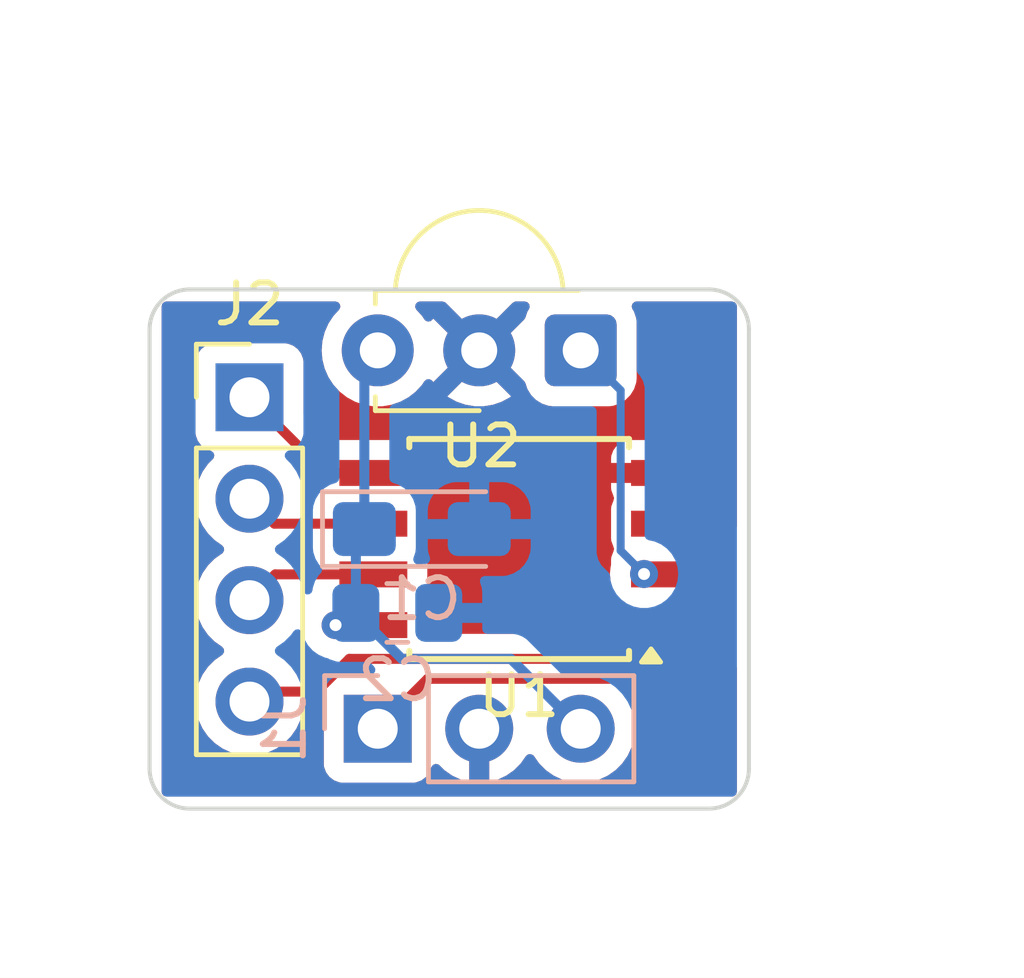
<source format=kicad_pcb>
(kicad_pcb (version 20240108) (generator "pcbnew") (generator_version "8.0")
  (layers (0 "F.Cu" signal) (1 "In1.Cu" power) (2 "In2.Cu" power) (31 "B.Cu" signal) (34 "B.Paste" user) (35 "F.Paste" user) (36 "B.SilkS" user "B.Silkscreen") (37 "F.SilkS" user "F.Silkscreen") (38 "B.Mask" user) (39 "F.Mask" user) (44 "Edge.Cuts" user))
  (net 0 "")
  (net 1 "+3.3V")
  (net 2 "GND")
  (net 3 "/MOSI")
  (net 4 "/MISO")
  (net 5 "/SCK")
  (net 6 "/~{CS}")
  (net 7 "IR_OUT")
  (net 8 "IR_DECODED")
  (footprint "OptoDevice:Vishay_MINICAST-3Pin" (layer "F.Cu") (at 147.54 95.025 180)
    (property "Reference" "U2" (at 2.5 -2.4 360) (layer "F.SilkS"))
    (property "Value" "TSOP382xx")
    (fp_line (start 5.14 1.5) (end 0.05 1.5) (stroke (width 0.12)) (layer "F.SilkS"))
    (fp_line (start 5.14 1.16) (end 5.14 1.5) (stroke (width 0.12)) (layer "F.SilkS"))
    (fp_line (start 5.14 -1.16) (end 5.14 -1.51) (stroke (width 0.12)) (layer "F.SilkS"))
    (fp_line (start 5.14 -1.51) (end 2.54 -1.51) (stroke (width 0.12)) (layer "F.SilkS"))
    (fp_arc (start 4.64 1.5) (mid 2.540869 3.502379) (end 0.440083 1.501736) (stroke (width 0.12)) (layer "F.SilkS"))
    (pad "1" thru_hole roundrect (at 0 0 180) (size 1.8 1.8) (drill 0.9) (layers "*.Cu" "*.Mask") (roundrect_rratio 0.139) (net 7 "IR_OUT"))
    (pad "2" thru_hole circle (at 2.54 0 180) (size 1.8 1.8) (drill 0.9) (layers "*.Cu" "*.Mask") (net 2 "GND"))
    (pad "3" thru_hole circle (at 5.08 0 180) (size 1.8 1.8) (drill 0.9) (layers "*.Cu" "*.Mask") (net 1 "+3.3V"))
  )
  (footprint "Package_SO:SOIC-8W_5.3x5.3mm_P1.27mm" (layer "F.Cu") (at 146 100 180)
    (property "Reference" "U1" (at 0 -3.68 360) (layer "F.SilkS"))
    (property "Value" "ATtiny85-20S")
    (fp_line (start 2.75 2.755) (end 2.75 2.55) (stroke (width 0.15)) (layer "F.SilkS"))
    (fp_line (start 2.75 -2.755) (end 2.75 -2.55) (stroke (width 0.15)) (layer "F.SilkS"))
    (fp_line (start -2.75 2.755) (end 2.75 2.755) (stroke (width 0.15)) (layer "F.SilkS"))
    (fp_line (start -2.75 2.755) (end -2.75 2.55) (stroke (width 0.15)) (layer "F.SilkS"))
    (fp_line (start -2.75 -2.755) (end 2.75 -2.755) (stroke (width 0.15)) (layer "F.SilkS"))
    (fp_line (start -2.75 -2.755) (end -2.75 -2.55) (stroke (width 0.15)) (layer "F.SilkS"))
    (fp_poly (pts (xy -3.3 -2.5) (xy -3.54 -2.83) (xy -3.06 -2.83) (xy -3.3 -2.5)) (stroke (width 0.12)) (fill solid) (layer "F.SilkS"))
    (pad "1" smd rect (at -3.65 -1.905 180) (size 1.7 0.65) (layers "F.Cu" "F.Paste" "F.Mask") (net 6 "/~{CS}"))
    (pad "2" smd rect (at -3.65 -0.635 180) (size 1.7 0.65) (layers "F.Cu" "F.Paste" "F.Mask") (net 7 "IR_OUT"))
    (pad "3" smd rect (at -3.65 0.635 180) (size 1.7 0.65) (layers "F.Cu" "F.Paste" "F.Mask") (net 8 "IR_DECODED"))
    (pad "4" smd rect (at -3.65 1.905 180) (size 1.7 0.65) (layers "F.Cu" "F.Paste" "F.Mask") (net 2 "GND"))
    (pad "5" smd rect (at 3.65 1.905 180) (size 1.7 0.65) (layers "F.Cu" "F.Paste" "F.Mask") (net 3 "/MOSI"))
    (pad "6" smd rect (at 3.65 0.635 180) (size 1.7 0.65) (layers "F.Cu" "F.Paste" "F.Mask") (net 4 "/MISO"))
    (pad "7" smd rect (at 3.65 -0.635 180) (size 1.7 0.65) (layers "F.Cu" "F.Paste" "F.Mask") (net 5 "/SCK"))
    (pad "8" smd rect (at 3.65 -1.905 180) (size 1.7 0.65) (layers "F.Cu" "F.Paste" "F.Mask") (net 1 "+3.3V"))
  )
  (footprint "Connector_PinHeader_2.54mm:PinHeader_1x04_P2.54mm_Vertical" (layer "F.Cu") (at 139.25 96.2)
    (property "Reference" "J2" (at 0 -2.33 360) (layer "F.SilkS"))
    (property "Value" "Conn_01x04_Pin")
    (fp_line (start -1.33 -1.33) (end 0 -1.33) (stroke (width 0.12)) (layer "F.SilkS"))
    (fp_line (start -1.33 0) (end -1.33 -1.33) (stroke (width 0.12)) (layer "F.SilkS"))
    (fp_line (start -1.33 1.27) (end -1.33 8.95) (stroke (width 0.12)) (layer "F.SilkS"))
    (fp_line (start -1.33 1.27) (end 1.33 1.27) (stroke (width 0.12)) (layer "F.SilkS"))
    (fp_line (start -1.33 8.95) (end 1.33 8.95) (stroke (width 0.12)) (layer "F.SilkS"))
    (fp_line (start 1.33 1.27) (end 1.33 8.95) (stroke (width 0.12)) (layer "F.SilkS"))
    (pad "1" thru_hole rect (at 0 0) (size 1.7 1.7) (drill 1) (layers "*.Cu" "*.Mask") (net 3 "/MOSI"))
    (pad "2" thru_hole oval (at 0 2.54) (size 1.7 1.7) (drill 1) (layers "*.Cu" "*.Mask") (net 4 "/MISO"))
    (pad "3" thru_hole oval (at 0 5.08) (size 1.7 1.7) (drill 1) (layers "*.Cu" "*.Mask") (net 5 "/SCK"))
    (pad "4" thru_hole oval (at 0 7.62) (size 1.7 1.7) (drill 1) (layers "*.Cu" "*.Mask") (net 6 "/~{CS}"))
  )
  (footprint "Capacitor_Tantalum_SMD:CP_EIA-3216-18_Kemet-A_Pad1.58x1.35mm_HandSolder" (layer "B.Cu") (at 143.5625 99.5)
    (property "Reference" "C1" (at 0 1.75 360) (layer "B.SilkS") (effects (justify mirror)))
    (property "Value" "10uF")
    (fp_line (start -2.485 -0.935) (end -2.485 0.935) (stroke (width 0.12)) (layer "B.SilkS"))
    (fp_line (start -2.485 0.935) (end 1.6 0.935) (stroke (width 0.12)) (layer "B.SilkS"))
    (fp_line (start 1.6 -0.935) (end -2.485 -0.935) (stroke (width 0.12)) (layer "B.SilkS"))
    (pad "1" smd roundrect (at -1.4375 0) (size 1.575 1.35) (layers "B.Cu" "B.Paste" "B.Mask") (roundrect_rratio 0.185185) (net 1 "+3.3V"))
    (pad "2" smd roundrect (at 1.4375 0) (size 1.575 1.35) (layers "B.Cu" "B.Paste" "B.Mask") (roundrect_rratio 0.185185) (net 2 "GND"))
  )
  (footprint "Connector_PinHeader_2.54mm:PinHeader_1x03_P2.54mm_Vertical" (layer "B.Cu") (at 142.46 104.5 -90)
    (property "Reference" "J1" (at 0 2.33 90) (layer "B.SilkS") (effects (justify mirror)))
    (property "Value" "Conn_01x03_Pin")
    (fp_line (start -1.33 1.33) (end -1.33 0) (stroke (width 0.12)) (layer "B.SilkS"))
    (fp_line (start 0 1.33) (end -1.33 1.33) (stroke (width 0.12)) (layer "B.SilkS"))
    (fp_line (start 1.33 -1.27) (end -1.33 -1.27) (stroke (width 0.12)) (layer "B.SilkS"))
    (fp_line (start -1.33 -6.41) (end -1.33 -1.27) (stroke (width 0.12)) (layer "B.SilkS"))
    (fp_line (start 1.33 -6.41) (end 1.33 -1.27) (stroke (width 0.12)) (layer "B.SilkS"))
    (fp_line (start 1.33 -6.41) (end -1.33 -6.41) (stroke (width 0.12)) (layer "B.SilkS"))
    (pad "1" thru_hole rect (at 0 0 270) (size 1.7 1.7) (drill 1) (layers "*.Cu" "*.Mask") (net 8 "IR_DECODED"))
    (pad "2" thru_hole oval (at 0 -2.54 270) (size 1.7 1.7) (drill 1) (layers "*.Cu" "*.Mask") (net 2 "GND"))
    (pad "3" thru_hole oval (at 0 -5.08 270) (size 1.7 1.7) (drill 1) (layers "*.Cu" "*.Mask") (net 1 "+3.3V"))
  )
  (footprint "Capacitor_SMD:C_0805_2012Metric_Pad1.18x1.45mm_HandSolder" (layer "B.Cu") (at 142.95 101.6)
    (property "Reference" "C2" (at 0 1.68 360) (layer "B.SilkS") (effects (justify mirror)))
    (property "Value" "100nF")
    (fp_line (start 0.261252 -0.735) (end -0.261252 -0.735) (stroke (width 0.12)) (layer "B.SilkS"))
    (fp_line (start 0.261252 0.735) (end -0.261252 0.735) (stroke (width 0.12)) (layer "B.SilkS"))
    (pad "1" smd roundrect (at -1.0375 0) (size 1.175 1.45) (layers "B.Cu" "B.Paste" "B.Mask") (roundrect_rratio 0.212766) (net 1 "+3.3V"))
    (pad "2" smd roundrect (at 1.0375 0) (size 1.175 1.45) (layers "B.Cu" "B.Paste" "B.Mask") (roundrect_rratio 0.212766) (net 2 "GND"))
  )
  (gr_arc (start 137.75 106.5) (mid 137.042893 106.207107) (end 136.75 105.5) (stroke (width 0.1)) (layer "Edge.Cuts"))
  (gr_line (start 137.75 93.5) (end 150.75 93.5) (stroke (width 0.1)) (layer "Edge.Cuts"))
  (gr_arc (start 136.75 94.5) (mid 137.042893 93.792893) (end 137.75 93.5) (stroke (width 0.1)) (layer "Edge.Cuts"))
  (gr_arc (start 150.75 93.5) (mid 151.457107 93.792893) (end 151.75 94.5) (stroke (width 0.1)) (layer "Edge.Cuts"))
  (gr_line (start 136.75 105.5) (end 136.75 94.5) (stroke (width 0.1)) (layer "Edge.Cuts"))
  (gr_line (start 150.75 106.5) (end 137.75 106.5) (stroke (width 0.1)) (layer "Edge.Cuts"))
  (gr_arc (start 151.75 105.5) (mid 151.457107 106.207107) (end 150.75 106.5) (stroke (width 0.1)) (layer "Edge.Cuts"))
  (gr_line (start 151.75 94.5) (end 151.75 105.5) (stroke (width 0.1)) (layer "Edge.Cuts"))
  (segment (start 141.405 101.905) (end 142.35 101.905) (width 0.2) (layer "F.Cu") (net 1))
  (via (at 141.405 101.905) (size 0.7) (drill 0.3) (layers "F.Cu" "B.Cu") (net 1))
  (segment (start 142.125 95.36) (end 142.46 95.025) (width 0.25) (layer "B.Cu") (net 1))
  (segment (start 142.125 99.5) (end 142.125 95.36) (width 0.25) (layer "B.Cu") (net 1))
  (segment (start 145.79 102.75) (end 147.54 104.5) (width 0.25) (layer "B.Cu") (net 1))
  (segment (start 141.9125 101.6) (end 143.0625 102.75) (width 0.25) (layer "B.Cu") (net 1))
  (segment (start 141.9125 101.6) (end 141.9125 99.7125) (width 0.25) (layer "B.Cu") (net 1))
  (segment (start 143.0625 102.75) (end 145.79 102.75) (width 0.25) (layer "B.Cu") (net 1))
  (segment (start 141.9125 99.7125) (end 142.125 99.5) (width 0.25) (layer "B.Cu") (net 1))
  (segment (start 141.145 98.095) (end 139.25 96.2) (width 0.25) (layer "F.Cu") (net 3))
  (segment (start 142.35 98.095) (end 141.145 98.095) (width 0.25) (layer "F.Cu") (net 3))
  (segment (start 139.25 96.2) (end 139.25 95.95) (width 0.25) (layer "F.Cu") (net 3))
  (segment (start 139.25 98.49) (end 139.25 98.74) (width 0.25) (layer "F.Cu") (net 4))
  (segment (start 139.25 98.74) (end 139.875 99.365) (width 0.25) (layer "F.Cu") (net 4))
  (segment (start 139.875 99.365) (end 142.35 99.365) (width 0.25) (layer "F.Cu") (net 4))
  (segment (start 142.35 100.635) (end 139.895 100.635) (width 0.25) (layer "F.Cu") (net 5))
  (segment (start 139.895 100.635) (end 139.25 101.28) (width 0.25) (layer "F.Cu") (net 5))
  (segment (start 139.25 101.28) (end 139.25 101.03) (width 0.25) (layer "F.Cu") (net 5))
  (segment (start 148.805 102.75) (end 141.75 102.75) (width 0.25) (layer "F.Cu") (net 6))
  (segment (start 140.93 103.57) (end 139.25 103.57) (width 0.25) (layer "F.Cu") (net 6))
  (segment (start 141.75 102.75) (end 140.93 103.57) (width 0.25) (layer "F.Cu") (net 6))
  (segment (start 149.65 101.905) (end 148.805 102.75) (width 0.25) (layer "F.Cu") (net 6))
  (via (at 149.125 100.625) (size 0.7) (drill 0.3) (layers "F.Cu" "B.Cu") (net 7))
  (segment (start 149.125 100.625) (end 148.54 100.04) (width 0.2) (layer "B.Cu") (net 7))
  (segment (start 148.54 100.04) (end 148.54 96.025) (width 0.2) (layer "B.Cu") (net 7))
  (segment (start 148.54 96.025) (end 147.54 95.025) (width 0.2) (layer "B.Cu") (net 7))
  (segment (start 151 100.16) (end 150.205 99.365) (width 0.25) (layer "F.Cu") (net 8))
  (segment (start 150.205 99.365) (end 149.65 99.365) (width 0.25) (layer "F.Cu") (net 8))
  (segment (start 142.46 104.5) (end 143.71 103.25) (width 0.25) (layer "F.Cu") (net 8))
  (segment (start 151 102.25) (end 151 100.16) (width 0.25) (layer "F.Cu") (net 8))
  (segment (start 150 103.25) (end 151 102.25) (width 0.25) (layer "F.Cu") (net 8))
  (segment (start 143.71 103.25) (end 150 103.25) (width 0.25) (layer "F.Cu") (net 8))
  (zone (net 2) (net_name "GND") (layers "F&B.Cu") (connect_pads (clearance 0.5)) (min_thickness 0.25) (fill yes (thermal_gap 0.5) (thermal_bridge_width 0.5))
    (polygon (pts (xy 151.75 106.5) (xy 136.75 106.5) (xy 136.75 93.5) (xy 151.75 93.5)))
  )
)
</source>
